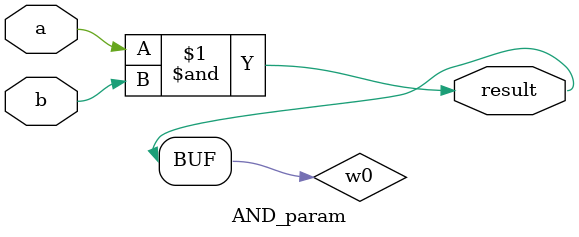
<source format=v>
`timescale 1ns / 1ps


module AND_param(result, a, b);

    parameter size = 1;
    
    input [size-1:0] a, b;
    output [size-1:0] result;
    
    wire[size-1:0] w0;
    
    genvar i; 
    generate
        for(i = 0; i < size; i = i + 1) begin
            and(w0[i], a[i], b[i]);
        end
    endgenerate
    
    assign result = w0;
    
endmodule

</source>
